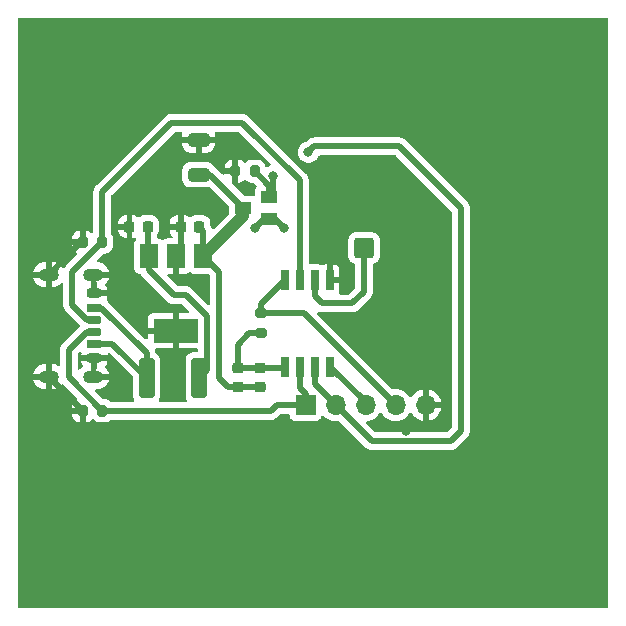
<source format=gbl>
G04 #@! TF.GenerationSoftware,KiCad,Pcbnew,7.0.9*
G04 #@! TF.CreationDate,2024-04-06T01:03:45+02:00*
G04 #@! TF.ProjectId,v3,76332e6b-6963-4616-945f-706362585858,rev?*
G04 #@! TF.SameCoordinates,Original*
G04 #@! TF.FileFunction,Copper,L2,Bot*
G04 #@! TF.FilePolarity,Positive*
%FSLAX46Y46*%
G04 Gerber Fmt 4.6, Leading zero omitted, Abs format (unit mm)*
G04 Created by KiCad (PCBNEW 7.0.9) date 2024-04-06 01:03:45*
%MOMM*%
%LPD*%
G01*
G04 APERTURE LIST*
G04 Aperture macros list*
%AMRoundRect*
0 Rectangle with rounded corners*
0 $1 Rounding radius*
0 $2 $3 $4 $5 $6 $7 $8 $9 X,Y pos of 4 corners*
0 Add a 4 corners polygon primitive as box body*
4,1,4,$2,$3,$4,$5,$6,$7,$8,$9,$2,$3,0*
0 Add four circle primitives for the rounded corners*
1,1,$1+$1,$2,$3*
1,1,$1+$1,$4,$5*
1,1,$1+$1,$6,$7*
1,1,$1+$1,$8,$9*
0 Add four rect primitives between the rounded corners*
20,1,$1+$1,$2,$3,$4,$5,0*
20,1,$1+$1,$4,$5,$6,$7,0*
20,1,$1+$1,$6,$7,$8,$9,0*
20,1,$1+$1,$8,$9,$2,$3,0*%
G04 Aperture macros list end*
G04 #@! TA.AperFunction,SMDPad,CuDef*
%ADD10R,0.650000X1.700000*%
G04 #@! TD*
G04 #@! TA.AperFunction,SMDPad,CuDef*
%ADD11RoundRect,0.225000X0.225000X0.250000X-0.225000X0.250000X-0.225000X-0.250000X0.225000X-0.250000X0*%
G04 #@! TD*
G04 #@! TA.AperFunction,SMDPad,CuDef*
%ADD12RoundRect,0.225000X0.250000X-0.225000X0.250000X0.225000X-0.250000X0.225000X-0.250000X-0.225000X0*%
G04 #@! TD*
G04 #@! TA.AperFunction,SMDPad,CuDef*
%ADD13RoundRect,0.200000X-0.275000X0.200000X-0.275000X-0.200000X0.275000X-0.200000X0.275000X0.200000X0*%
G04 #@! TD*
G04 #@! TA.AperFunction,SMDPad,CuDef*
%ADD14RoundRect,0.200000X0.200000X0.275000X-0.200000X0.275000X-0.200000X-0.275000X0.200000X-0.275000X0*%
G04 #@! TD*
G04 #@! TA.AperFunction,SMDPad,CuDef*
%ADD15RoundRect,0.250000X-0.400000X-1.450000X0.400000X-1.450000X0.400000X1.450000X-0.400000X1.450000X0*%
G04 #@! TD*
G04 #@! TA.AperFunction,ComponentPad*
%ADD16RoundRect,0.250000X0.600000X0.600000X-0.600000X0.600000X-0.600000X-0.600000X0.600000X-0.600000X0*%
G04 #@! TD*
G04 #@! TA.AperFunction,SMDPad,CuDef*
%ADD17R,1.500000X2.000000*%
G04 #@! TD*
G04 #@! TA.AperFunction,SMDPad,CuDef*
%ADD18R,3.800000X2.000000*%
G04 #@! TD*
G04 #@! TA.AperFunction,SMDPad,CuDef*
%ADD19RoundRect,0.250000X0.650000X-0.325000X0.650000X0.325000X-0.650000X0.325000X-0.650000X-0.325000X0*%
G04 #@! TD*
G04 #@! TA.AperFunction,ComponentPad*
%ADD20R,1.700000X1.700000*%
G04 #@! TD*
G04 #@! TA.AperFunction,ComponentPad*
%ADD21O,1.700000X1.700000*%
G04 #@! TD*
G04 #@! TA.AperFunction,SMDPad,CuDef*
%ADD22R,1.400000X1.000000*%
G04 #@! TD*
G04 #@! TA.AperFunction,SMDPad,CuDef*
%ADD23RoundRect,0.175000X0.425000X-0.175000X0.425000X0.175000X-0.425000X0.175000X-0.425000X-0.175000X0*%
G04 #@! TD*
G04 #@! TA.AperFunction,SMDPad,CuDef*
%ADD24RoundRect,0.190000X-0.410000X0.190000X-0.410000X-0.190000X0.410000X-0.190000X0.410000X0.190000X0*%
G04 #@! TD*
G04 #@! TA.AperFunction,SMDPad,CuDef*
%ADD25RoundRect,0.200000X-0.400000X0.200000X-0.400000X-0.200000X0.400000X-0.200000X0.400000X0.200000X0*%
G04 #@! TD*
G04 #@! TA.AperFunction,SMDPad,CuDef*
%ADD26RoundRect,0.175000X-0.425000X0.175000X-0.425000X-0.175000X0.425000X-0.175000X0.425000X0.175000X0*%
G04 #@! TD*
G04 #@! TA.AperFunction,SMDPad,CuDef*
%ADD27RoundRect,0.190000X0.410000X-0.190000X0.410000X0.190000X-0.410000X0.190000X-0.410000X-0.190000X0*%
G04 #@! TD*
G04 #@! TA.AperFunction,SMDPad,CuDef*
%ADD28RoundRect,0.200000X0.400000X-0.200000X0.400000X0.200000X-0.400000X0.200000X-0.400000X-0.200000X0*%
G04 #@! TD*
G04 #@! TA.AperFunction,ComponentPad*
%ADD29O,1.700000X1.100000*%
G04 #@! TD*
G04 #@! TA.AperFunction,ViaPad*
%ADD30C,0.800000*%
G04 #@! TD*
G04 #@! TA.AperFunction,Conductor*
%ADD31C,0.500000*%
G04 #@! TD*
G04 #@! TA.AperFunction,Conductor*
%ADD32C,1.000000*%
G04 #@! TD*
G04 APERTURE END LIST*
D10*
X152595000Y-92250000D03*
X153865000Y-92250000D03*
X155135000Y-92250000D03*
X156405000Y-92250000D03*
X156405000Y-99550000D03*
X155135000Y-99550000D03*
X153865000Y-99550000D03*
X152595000Y-99550000D03*
D11*
X141000000Y-87700000D03*
X139450000Y-87700000D03*
D12*
X150500000Y-101250000D03*
X150500000Y-99700000D03*
D13*
X150600000Y-95050000D03*
X150600000Y-96700000D03*
D14*
X137150000Y-89000000D03*
X135500000Y-89000000D03*
D15*
X140900000Y-100500000D03*
X145350000Y-100500000D03*
D14*
X137150000Y-103300000D03*
X135500000Y-103300000D03*
D16*
X159300000Y-89500000D03*
D17*
X141100000Y-90200000D03*
X143400000Y-90200000D03*
D18*
X143400000Y-96500000D03*
D17*
X145700000Y-90200000D03*
D19*
X145300000Y-83300000D03*
X145300000Y-80350000D03*
D20*
X154360000Y-102800000D03*
D21*
X156900000Y-102800000D03*
X159440000Y-102800000D03*
X161980000Y-102800000D03*
X164520000Y-102800000D03*
D14*
X150050000Y-83000000D03*
X148400000Y-83000000D03*
D22*
X149100000Y-86100000D03*
X151300000Y-87050000D03*
X151300000Y-85150000D03*
D23*
X136480000Y-96580000D03*
D24*
X136480000Y-94560000D03*
D25*
X136480000Y-93330000D03*
D26*
X136480000Y-95580000D03*
D27*
X136480000Y-97600000D03*
D28*
X136480000Y-98830000D03*
D29*
X132600000Y-100400000D03*
X136400000Y-100400000D03*
X132600000Y-91760000D03*
X136400000Y-91760000D03*
D12*
X148600000Y-101250000D03*
X148600000Y-99700000D03*
D11*
X145350000Y-87700000D03*
X143800000Y-87700000D03*
D30*
X132900000Y-105000000D03*
X132850000Y-75000000D03*
X142800000Y-115000000D03*
X142800000Y-85000000D03*
X172800000Y-105000000D03*
X172900000Y-95000000D03*
X152850000Y-75000000D03*
X172900000Y-75000000D03*
X163000000Y-95000000D03*
X142900000Y-105000000D03*
X139000000Y-93000000D03*
X132700000Y-115000000D03*
X155700000Y-83400000D03*
X162900000Y-105000000D03*
X142800000Y-75000000D03*
X132700000Y-85000000D03*
X172800000Y-115000000D03*
X152800000Y-115000000D03*
X162800000Y-85000000D03*
X152900000Y-105000000D03*
X162850000Y-75000000D03*
X155800000Y-89700000D03*
X162800000Y-115000000D03*
X172900000Y-84900000D03*
X154600000Y-81400000D03*
X151600000Y-83400000D03*
X150100000Y-87800000D03*
X152500000Y-87800000D03*
X151300000Y-87050000D03*
D31*
X159950000Y-105850000D02*
X156900000Y-102800000D01*
X166650000Y-105850000D02*
X159950000Y-105850000D01*
X151400000Y-103300000D02*
X137150000Y-103300000D01*
X151900000Y-102800000D02*
X151400000Y-103300000D01*
X154360000Y-102800000D02*
X151900000Y-102800000D01*
X154360000Y-102800000D02*
X154360000Y-103000000D01*
X154360000Y-101860000D02*
X153865000Y-101365000D01*
X154360000Y-102800000D02*
X154360000Y-101860000D01*
X153865000Y-101365000D02*
X153865000Y-99550000D01*
X154360000Y-103000000D02*
X154060000Y-103300000D01*
X161980000Y-102800000D02*
X154230000Y-95050000D01*
X154230000Y-95050000D02*
X150600000Y-95050000D01*
X159440000Y-102585000D02*
X156405000Y-99550000D01*
X159440000Y-102800000D02*
X159440000Y-102585000D01*
X155135000Y-101035000D02*
X155135000Y-99550000D01*
X156900000Y-102800000D02*
X155135000Y-101035000D01*
X135500000Y-103300000D02*
X132600000Y-100400000D01*
X143800000Y-87700000D02*
X143800000Y-89800000D01*
X135360000Y-89000000D02*
X132600000Y-91760000D01*
X135500000Y-89000000D02*
X135360000Y-89000000D01*
X143800000Y-89800000D02*
X143400000Y-90200000D01*
X135880000Y-96580000D02*
X134300000Y-98160000D01*
X134300000Y-100450000D02*
X137150000Y-103300000D01*
X134300000Y-98160000D02*
X134300000Y-100450000D01*
X136480000Y-96580000D02*
X135880000Y-96580000D01*
X136480000Y-94560000D02*
X137080000Y-94560000D01*
X136480000Y-97600000D02*
X138000000Y-97600000D01*
X140900000Y-98380000D02*
X140900000Y-100500000D01*
X137080000Y-94560000D02*
X140900000Y-98380000D01*
X138000000Y-97600000D02*
X140900000Y-100500000D01*
X134600000Y-91550000D02*
X134600000Y-94300000D01*
X149000000Y-78900000D02*
X153865000Y-83765000D01*
X143000000Y-78900000D02*
X149000000Y-78900000D01*
X137150000Y-84750000D02*
X143000000Y-78900000D01*
X137150000Y-89000000D02*
X137150000Y-84750000D01*
X135880000Y-95580000D02*
X136480000Y-95580000D01*
X134600000Y-94300000D02*
X135880000Y-95580000D01*
X153865000Y-83765000D02*
X153865000Y-92250000D01*
X137150000Y-89000000D02*
X134600000Y-91550000D01*
X155135000Y-93600000D02*
X155135000Y-92250000D01*
X155165000Y-92220000D02*
X155135000Y-92250000D01*
X159300000Y-89500000D02*
X159300000Y-93200000D01*
X155735000Y-94200000D02*
X155135000Y-93600000D01*
X158300000Y-94200000D02*
X155735000Y-94200000D01*
X159300000Y-93200000D02*
X158300000Y-94200000D01*
X162300000Y-80900000D02*
X155100000Y-80900000D01*
X155100000Y-80900000D02*
X154600000Y-81400000D01*
X151300000Y-84250000D02*
X150050000Y-83000000D01*
X151600000Y-84850000D02*
X151300000Y-85150000D01*
X151600000Y-83400000D02*
X151600000Y-84850000D01*
X167500000Y-86100000D02*
X162300000Y-80900000D01*
X151300000Y-85150000D02*
X151300000Y-84250000D01*
X167500000Y-105000000D02*
X167500000Y-86100000D01*
X166650000Y-105850000D02*
X167500000Y-105000000D01*
X151300000Y-87050000D02*
X150850000Y-87050000D01*
X150850000Y-87050000D02*
X150100000Y-87800000D01*
X152500000Y-87800000D02*
X151750000Y-87050000D01*
X151750000Y-87050000D02*
X151300000Y-87050000D01*
X143200000Y-93500000D02*
X141100000Y-91400000D01*
X141000000Y-90100000D02*
X141100000Y-90200000D01*
X145350000Y-100500000D02*
X146000000Y-99850000D01*
X141100000Y-91400000D02*
X141100000Y-90200000D01*
X144200000Y-93500000D02*
X143200000Y-93500000D01*
X141000000Y-87700000D02*
X141000000Y-90100000D01*
X146000000Y-99850000D02*
X146000000Y-95300000D01*
X146000000Y-95300000D02*
X144200000Y-93500000D01*
X150600000Y-94245000D02*
X152595000Y-92250000D01*
X150600000Y-95050000D02*
X150600000Y-94245000D01*
X156405000Y-99550000D02*
X156405000Y-99965000D01*
X150600000Y-96700000D02*
X149600000Y-96700000D01*
X148600000Y-97700000D02*
X148600000Y-99700000D01*
X148600000Y-99700000D02*
X150500000Y-99700000D01*
X150500000Y-99700000D02*
X152445000Y-99700000D01*
X149600000Y-96700000D02*
X148600000Y-97700000D01*
X152445000Y-99700000D02*
X152595000Y-99550000D01*
X147750000Y-101250000D02*
X148600000Y-101250000D01*
X145700000Y-90200000D02*
X145700000Y-88050000D01*
X147000000Y-100500000D02*
X147750000Y-101250000D01*
X145300000Y-83300000D02*
X146300000Y-83300000D01*
X150500000Y-101250000D02*
X148600000Y-101250000D01*
X145700000Y-88050000D02*
X145350000Y-87700000D01*
X146300000Y-83300000D02*
X149100000Y-86100000D01*
X147000000Y-91500000D02*
X147000000Y-100500000D01*
D32*
X149100000Y-86800000D02*
X149100000Y-86100000D01*
X145700000Y-90200000D02*
X149100000Y-86800000D01*
D31*
X145700000Y-90200000D02*
X147000000Y-91500000D01*
G04 #@! TA.AperFunction,Conductor*
G36*
X135328241Y-98295638D02*
G01*
X135384175Y-98337509D01*
X135408592Y-98402973D01*
X135403294Y-98448709D01*
X135386409Y-98502896D01*
X135380000Y-98573427D01*
X135380000Y-98580000D01*
X137579999Y-98580000D01*
X137579999Y-98573421D01*
X137577802Y-98549246D01*
X137591338Y-98480700D01*
X137639784Y-98430354D01*
X137707759Y-98414192D01*
X137773681Y-98437345D01*
X137788974Y-98450342D01*
X139713181Y-100374548D01*
X139746666Y-100435871D01*
X139749500Y-100462229D01*
X139749500Y-102000001D01*
X139749501Y-102000018D01*
X139760000Y-102102796D01*
X139760001Y-102102799D01*
X139794625Y-102207285D01*
X139815186Y-102269334D01*
X139871358Y-102360404D01*
X139889798Y-102427796D01*
X139868875Y-102494459D01*
X139815233Y-102539229D01*
X139765819Y-102549500D01*
X137916519Y-102549500D01*
X137849480Y-102529815D01*
X137828837Y-102513180D01*
X137785188Y-102469531D01*
X137785188Y-102469530D01*
X137784645Y-102469202D01*
X137639606Y-102381522D01*
X137477196Y-102330914D01*
X137477194Y-102330913D01*
X137477192Y-102330913D01*
X137427778Y-102326423D01*
X137406616Y-102324500D01*
X137406613Y-102324500D01*
X137287229Y-102324500D01*
X137220190Y-102304815D01*
X137199548Y-102288181D01*
X136573048Y-101661681D01*
X136539563Y-101600358D01*
X136544547Y-101530666D01*
X136586419Y-101474733D01*
X136651883Y-101450316D01*
X136660729Y-101450000D01*
X136751585Y-101450000D01*
X136905834Y-101434808D01*
X137103766Y-101374766D01*
X137286166Y-101277271D01*
X137286173Y-101277267D01*
X137446055Y-101146055D01*
X137577267Y-100986173D01*
X137577271Y-100986166D01*
X137674766Y-100803766D01*
X137721410Y-100650000D01*
X136866111Y-100650000D01*
X136905610Y-100625543D01*
X136973201Y-100536038D01*
X137003895Y-100428160D01*
X136993546Y-100316479D01*
X136943552Y-100216078D01*
X136871069Y-100150000D01*
X137721410Y-100150000D01*
X137674766Y-99996233D01*
X137577271Y-99813833D01*
X137577267Y-99813826D01*
X137446057Y-99653946D01*
X137441934Y-99650563D01*
X137402600Y-99592817D01*
X137400731Y-99522972D01*
X137430663Y-99470953D01*
X137430446Y-99470783D01*
X137431636Y-99469263D01*
X137432925Y-99467024D01*
X137435073Y-99464876D01*
X137523019Y-99319395D01*
X137573590Y-99157106D01*
X137580000Y-99086572D01*
X137580000Y-99080000D01*
X136730000Y-99080000D01*
X136730000Y-99646000D01*
X136710315Y-99713039D01*
X136685190Y-99734809D01*
X136650000Y-99770000D01*
X136650000Y-100100000D01*
X136150000Y-100100000D01*
X136150000Y-99434000D01*
X136169685Y-99366961D01*
X136194809Y-99345190D01*
X136230000Y-99310000D01*
X136230000Y-99080000D01*
X135380001Y-99080000D01*
X135380001Y-99086582D01*
X135386408Y-99157102D01*
X135386409Y-99157107D01*
X135436981Y-99319397D01*
X135489075Y-99405571D01*
X135506911Y-99473126D01*
X135485393Y-99539600D01*
X135461623Y-99565574D01*
X135353944Y-99653944D01*
X135270353Y-99755801D01*
X135212607Y-99795135D01*
X135142763Y-99797006D01*
X135082994Y-99760818D01*
X135052279Y-99698062D01*
X135050500Y-99677136D01*
X135050500Y-98522229D01*
X135070185Y-98455190D01*
X135086813Y-98434553D01*
X135197230Y-98324136D01*
X135258549Y-98290654D01*
X135328241Y-98295638D01*
G37*
G04 #@! TD.AperFunction*
G04 #@! TA.AperFunction,Conductor*
G36*
X143879312Y-79670185D02*
G01*
X143925067Y-79722989D01*
X143935011Y-79792147D01*
X143929979Y-79813504D01*
X143910494Y-79872302D01*
X143910493Y-79872309D01*
X143900000Y-79975013D01*
X143900000Y-80100000D01*
X146699999Y-80100000D01*
X146699999Y-79975028D01*
X146699998Y-79975013D01*
X146689505Y-79872302D01*
X146670022Y-79813504D01*
X146667620Y-79743675D01*
X146703352Y-79683634D01*
X146765873Y-79652441D01*
X146787728Y-79650500D01*
X148637770Y-79650500D01*
X148704809Y-79670185D01*
X148725451Y-79686819D01*
X151371307Y-82332675D01*
X151404792Y-82393998D01*
X151399808Y-82463690D01*
X151357936Y-82519623D01*
X151326099Y-82536134D01*
X151326134Y-82536212D01*
X151324828Y-82536793D01*
X151321958Y-82538282D01*
X151320205Y-82538851D01*
X151147270Y-82615848D01*
X151147266Y-82615851D01*
X151126023Y-82631285D01*
X151060216Y-82654764D01*
X150992163Y-82638938D01*
X150943469Y-82588831D01*
X150934755Y-82567861D01*
X150893478Y-82435394D01*
X150805472Y-82289815D01*
X150805470Y-82289813D01*
X150805469Y-82289811D01*
X150685188Y-82169530D01*
X150539606Y-82081522D01*
X150511898Y-82072888D01*
X150377196Y-82030914D01*
X150377194Y-82030913D01*
X150377192Y-82030913D01*
X150327778Y-82026423D01*
X150306616Y-82024500D01*
X149793384Y-82024500D01*
X149774145Y-82026248D01*
X149722807Y-82030913D01*
X149560393Y-82081522D01*
X149414811Y-82169530D01*
X149414810Y-82169531D01*
X149312327Y-82272015D01*
X149251004Y-82305500D01*
X149181312Y-82300516D01*
X149136965Y-82272015D01*
X149034877Y-82169927D01*
X148889395Y-82081980D01*
X148889396Y-82081980D01*
X148727105Y-82031409D01*
X148727106Y-82031409D01*
X148656572Y-82025000D01*
X148650000Y-82025000D01*
X148650000Y-83974999D01*
X148656581Y-83974999D01*
X148727102Y-83968591D01*
X148727107Y-83968590D01*
X148889396Y-83918018D01*
X149034877Y-83830072D01*
X149034878Y-83830071D01*
X149136963Y-83727985D01*
X149198286Y-83694499D01*
X149267977Y-83699483D01*
X149312326Y-83727984D01*
X149414811Y-83830469D01*
X149414813Y-83830470D01*
X149414815Y-83830472D01*
X149560394Y-83918478D01*
X149722804Y-83969086D01*
X149793384Y-83975500D01*
X149912770Y-83975500D01*
X149979809Y-83995185D01*
X150000451Y-84011819D01*
X150183016Y-84194384D01*
X150216501Y-84255707D01*
X150211517Y-84325399D01*
X150194602Y-84356376D01*
X150156204Y-84407669D01*
X150156202Y-84407671D01*
X150105908Y-84542517D01*
X150099501Y-84602116D01*
X150099501Y-84602123D01*
X150099500Y-84602135D01*
X150099500Y-84998933D01*
X150079815Y-85065972D01*
X150027011Y-85111727D01*
X149957853Y-85121671D01*
X149932168Y-85115115D01*
X149907485Y-85105909D01*
X149907483Y-85105908D01*
X149847883Y-85099501D01*
X149847881Y-85099500D01*
X149847873Y-85099500D01*
X149847865Y-85099500D01*
X149212230Y-85099500D01*
X149145191Y-85079815D01*
X149124549Y-85063181D01*
X148180862Y-84119494D01*
X148147377Y-84058171D01*
X148150000Y-84021493D01*
X148150000Y-83250000D01*
X147500000Y-83250000D01*
X147493364Y-83256636D01*
X147432041Y-83290121D01*
X147362349Y-83285135D01*
X147318003Y-83256635D01*
X146875729Y-82814361D01*
X146863949Y-82800730D01*
X146856482Y-82790701D01*
X146849612Y-82781472D01*
X146849610Y-82781470D01*
X146812106Y-82750000D01*
X147500000Y-82750000D01*
X148150000Y-82750000D01*
X148150000Y-82025000D01*
X148149999Y-82024999D01*
X148143436Y-82025000D01*
X148143417Y-82025001D01*
X148072897Y-82031408D01*
X148072892Y-82031409D01*
X147910603Y-82081981D01*
X147765122Y-82169927D01*
X147644927Y-82290122D01*
X147556980Y-82435604D01*
X147506409Y-82597893D01*
X147500000Y-82668427D01*
X147500000Y-82750000D01*
X146812106Y-82750000D01*
X146809587Y-82747886D01*
X146805612Y-82744244D01*
X146802690Y-82741322D01*
X146799780Y-82738411D01*
X146774040Y-82718059D01*
X146715209Y-82668694D01*
X146709180Y-82664729D01*
X146709212Y-82664680D01*
X146702853Y-82660628D01*
X146702822Y-82660679D01*
X146696673Y-82656886D01*
X146644539Y-82632575D01*
X146592100Y-82586402D01*
X146591406Y-82585290D01*
X146542712Y-82506344D01*
X146418657Y-82382289D01*
X146418656Y-82382288D01*
X146269334Y-82290186D01*
X146102797Y-82235001D01*
X146102795Y-82235000D01*
X146000010Y-82224500D01*
X144599998Y-82224500D01*
X144599981Y-82224501D01*
X144497203Y-82235000D01*
X144497200Y-82235001D01*
X144330668Y-82290185D01*
X144330663Y-82290187D01*
X144181342Y-82382289D01*
X144057289Y-82506342D01*
X143965187Y-82655663D01*
X143965185Y-82655668D01*
X143944511Y-82718059D01*
X143910001Y-82822203D01*
X143910001Y-82822204D01*
X143910000Y-82822204D01*
X143899500Y-82924983D01*
X143899500Y-83675001D01*
X143899501Y-83675019D01*
X143910000Y-83777796D01*
X143910001Y-83777799D01*
X143941323Y-83872321D01*
X143965186Y-83944334D01*
X144057288Y-84093656D01*
X144181344Y-84217712D01*
X144330666Y-84309814D01*
X144497203Y-84364999D01*
X144599991Y-84375500D01*
X146000008Y-84375499D01*
X146102797Y-84364999D01*
X146181043Y-84339069D01*
X146250869Y-84336668D01*
X146307727Y-84369095D01*
X147863181Y-85924549D01*
X147896666Y-85985872D01*
X147899500Y-86012230D01*
X147899500Y-86534216D01*
X147879815Y-86601255D01*
X147863181Y-86621897D01*
X146619329Y-87865749D01*
X146558006Y-87899234D01*
X146488314Y-87894250D01*
X146432381Y-87852378D01*
X146415125Y-87820477D01*
X146408974Y-87803575D01*
X146402960Y-87785428D01*
X146384814Y-87730666D01*
X146384809Y-87730659D01*
X146381760Y-87724118D01*
X146381815Y-87724091D01*
X146378533Y-87717313D01*
X146378480Y-87717340D01*
X146375235Y-87710880D01*
X146333028Y-87646708D01*
X146318960Y-87623899D01*
X146300499Y-87558803D01*
X146300499Y-87401662D01*
X146300498Y-87401644D01*
X146290349Y-87302292D01*
X146290348Y-87302289D01*
X146237074Y-87141518D01*
X146237003Y-87141303D01*
X146236999Y-87141297D01*
X146236998Y-87141294D01*
X146147970Y-86996959D01*
X146147967Y-86996955D01*
X146028044Y-86877032D01*
X146028040Y-86877029D01*
X145883705Y-86788001D01*
X145883699Y-86787998D01*
X145883697Y-86787997D01*
X145883694Y-86787996D01*
X145722709Y-86734651D01*
X145623346Y-86724500D01*
X145076662Y-86724500D01*
X145076644Y-86724501D01*
X144977292Y-86734650D01*
X144977289Y-86734651D01*
X144816305Y-86787996D01*
X144816294Y-86788001D01*
X144671959Y-86877029D01*
X144671953Y-86877033D01*
X144662324Y-86886663D01*
X144601000Y-86920146D01*
X144531308Y-86915159D01*
X144486965Y-86886660D01*
X144477732Y-86877427D01*
X144477728Y-86877424D01*
X144333492Y-86788457D01*
X144333481Y-86788452D01*
X144172606Y-86735144D01*
X144073322Y-86725000D01*
X144050000Y-86725000D01*
X144050000Y-87826000D01*
X144030315Y-87893039D01*
X143977511Y-87938794D01*
X143926000Y-87950000D01*
X142850001Y-87950000D01*
X142850001Y-87998322D01*
X142860144Y-88097607D01*
X142913452Y-88258481D01*
X142913457Y-88258492D01*
X143002424Y-88402728D01*
X143002427Y-88402732D01*
X143088014Y-88488319D01*
X143121499Y-88549642D01*
X143116515Y-88619334D01*
X143074643Y-88675267D01*
X143009179Y-88699684D01*
X143000333Y-88700000D01*
X142602155Y-88700000D01*
X142542627Y-88706401D01*
X142542620Y-88706403D01*
X142407913Y-88756645D01*
X142407910Y-88756647D01*
X142324727Y-88818918D01*
X142259262Y-88843335D01*
X142190989Y-88828483D01*
X142176106Y-88818918D01*
X142092331Y-88756204D01*
X142092328Y-88756202D01*
X141957482Y-88705908D01*
X141957483Y-88705908D01*
X141897883Y-88699501D01*
X141897881Y-88699500D01*
X141897873Y-88699500D01*
X141897865Y-88699500D01*
X141874500Y-88699500D01*
X141807461Y-88679815D01*
X141761706Y-88627011D01*
X141750500Y-88575500D01*
X141750500Y-88501874D01*
X141770185Y-88434835D01*
X141786819Y-88414193D01*
X141797968Y-88403044D01*
X141887003Y-88258697D01*
X141940349Y-88097708D01*
X141950500Y-87998345D01*
X141950499Y-87450000D01*
X142850000Y-87450000D01*
X143550000Y-87450000D01*
X143550000Y-86724999D01*
X143526693Y-86725000D01*
X143526674Y-86725001D01*
X143427392Y-86735144D01*
X143266518Y-86788452D01*
X143266507Y-86788457D01*
X143122271Y-86877424D01*
X143122267Y-86877427D01*
X143002427Y-86997267D01*
X143002424Y-86997271D01*
X142913457Y-87141507D01*
X142913452Y-87141518D01*
X142860144Y-87302393D01*
X142850000Y-87401677D01*
X142850000Y-87450000D01*
X141950499Y-87450000D01*
X141950499Y-87401656D01*
X141940349Y-87302292D01*
X141887003Y-87141303D01*
X141886999Y-87141297D01*
X141886998Y-87141294D01*
X141797970Y-86996959D01*
X141797967Y-86996955D01*
X141678044Y-86877032D01*
X141678040Y-86877029D01*
X141533705Y-86788001D01*
X141533699Y-86787998D01*
X141533697Y-86787997D01*
X141533694Y-86787996D01*
X141372709Y-86734651D01*
X141273346Y-86724500D01*
X140726662Y-86724500D01*
X140726644Y-86724501D01*
X140627292Y-86734650D01*
X140627289Y-86734651D01*
X140466305Y-86787996D01*
X140466294Y-86788001D01*
X140321959Y-86877029D01*
X140321953Y-86877033D01*
X140312324Y-86886663D01*
X140251000Y-86920146D01*
X140181308Y-86915159D01*
X140136965Y-86886660D01*
X140127732Y-86877427D01*
X140127728Y-86877424D01*
X139983492Y-86788457D01*
X139983481Y-86788452D01*
X139822606Y-86735144D01*
X139723322Y-86725000D01*
X139700000Y-86725000D01*
X139700000Y-88674999D01*
X139723308Y-88674999D01*
X139723322Y-88674998D01*
X139822608Y-88664855D01*
X139850243Y-88655698D01*
X139920071Y-88653295D01*
X139980114Y-88689025D01*
X140011307Y-88751545D01*
X140003748Y-88821005D01*
X139988516Y-88847714D01*
X139906204Y-88957668D01*
X139906202Y-88957671D01*
X139855908Y-89092517D01*
X139849501Y-89152116D01*
X139849500Y-89152135D01*
X139849500Y-91247870D01*
X139849501Y-91247876D01*
X139855908Y-91307483D01*
X139906202Y-91442328D01*
X139906206Y-91442335D01*
X139992452Y-91557544D01*
X139992455Y-91557547D01*
X140107664Y-91643793D01*
X140107671Y-91643797D01*
X140242516Y-91694091D01*
X140268419Y-91696875D01*
X140302127Y-91700500D01*
X140332501Y-91700499D01*
X140399539Y-91720182D01*
X140436104Y-91756361D01*
X140466965Y-91803283D01*
X140507287Y-91868655D01*
X140511766Y-91874319D01*
X140511719Y-91874356D01*
X140516482Y-91880202D01*
X140516528Y-91880164D01*
X140521173Y-91885700D01*
X140577018Y-91938386D01*
X142624267Y-93985634D01*
X142636048Y-93999266D01*
X142650390Y-94018530D01*
X142690420Y-94052119D01*
X142694392Y-94055759D01*
X142700223Y-94061590D01*
X142709160Y-94068656D01*
X142725939Y-94081923D01*
X142732965Y-94087819D01*
X142784786Y-94131302D01*
X142784788Y-94131303D01*
X142790823Y-94135272D01*
X142790789Y-94135322D01*
X142797144Y-94139370D01*
X142797177Y-94139318D01*
X142803319Y-94143107D01*
X142803323Y-94143110D01*
X142865160Y-94171945D01*
X142872914Y-94175561D01*
X142941558Y-94210036D01*
X142941561Y-94210037D01*
X142941567Y-94210040D01*
X142941572Y-94210041D01*
X142948355Y-94212510D01*
X142948334Y-94212567D01*
X142955451Y-94215040D01*
X142955470Y-94214984D01*
X142962330Y-94217257D01*
X143009572Y-94227011D01*
X143037532Y-94232784D01*
X143112279Y-94250500D01*
X143112288Y-94250500D01*
X143119452Y-94251338D01*
X143119445Y-94251397D01*
X143126946Y-94252163D01*
X143126952Y-94252104D01*
X143134140Y-94252733D01*
X143134143Y-94252732D01*
X143134144Y-94252733D01*
X143210898Y-94250500D01*
X143837770Y-94250500D01*
X143904809Y-94270185D01*
X143925451Y-94286819D01*
X144426952Y-94788320D01*
X144460437Y-94849642D01*
X144455453Y-94919333D01*
X144413582Y-94975267D01*
X144348117Y-94999684D01*
X144339271Y-95000000D01*
X143650000Y-95000000D01*
X143650000Y-98000000D01*
X145125500Y-98000000D01*
X145192539Y-98019685D01*
X145238294Y-98072489D01*
X145249500Y-98124000D01*
X145249500Y-98175500D01*
X145229815Y-98242539D01*
X145177011Y-98288294D01*
X145125501Y-98299500D01*
X144899999Y-98299500D01*
X144899980Y-98299501D01*
X144797203Y-98310000D01*
X144797200Y-98310001D01*
X144630668Y-98365185D01*
X144630663Y-98365187D01*
X144481342Y-98457289D01*
X144357289Y-98581342D01*
X144265187Y-98730663D01*
X144265185Y-98730668D01*
X144255581Y-98759651D01*
X144210001Y-98897203D01*
X144210001Y-98897204D01*
X144210000Y-98897204D01*
X144199500Y-98999983D01*
X144199500Y-102000001D01*
X144199501Y-102000018D01*
X144210000Y-102102796D01*
X144210001Y-102102799D01*
X144244625Y-102207285D01*
X144265186Y-102269334D01*
X144321358Y-102360404D01*
X144339798Y-102427796D01*
X144318875Y-102494459D01*
X144265233Y-102539229D01*
X144215819Y-102549500D01*
X142034181Y-102549500D01*
X141967142Y-102529815D01*
X141921387Y-102477011D01*
X141911443Y-102407853D01*
X141928641Y-102360405D01*
X141984814Y-102269334D01*
X142039999Y-102102797D01*
X142050500Y-102000009D01*
X142050499Y-98999992D01*
X142044196Y-98938294D01*
X142039999Y-98897203D01*
X142039998Y-98897200D01*
X141984814Y-98730666D01*
X141892712Y-98581344D01*
X141768656Y-98457288D01*
X141707653Y-98419661D01*
X141660931Y-98367715D01*
X141649591Y-98328520D01*
X141646693Y-98303724D01*
X141646323Y-98299500D01*
X141639999Y-98227201D01*
X141638539Y-98220129D01*
X141638597Y-98220116D01*
X141636965Y-98212757D01*
X141636906Y-98212772D01*
X141635242Y-98205754D01*
X141635241Y-98205745D01*
X141632947Y-98199442D01*
X141620925Y-98166409D01*
X141616494Y-98096680D01*
X141650465Y-98035625D01*
X141712053Y-98002628D01*
X141737447Y-98000000D01*
X143150000Y-98000000D01*
X143150000Y-96750000D01*
X141000000Y-96750000D01*
X141000000Y-97119270D01*
X140980315Y-97186309D01*
X140927511Y-97232064D01*
X140858353Y-97242008D01*
X140794797Y-97212983D01*
X140788319Y-97206951D01*
X139831368Y-96250000D01*
X141000000Y-96250000D01*
X143150000Y-96250000D01*
X143150000Y-95000000D01*
X141452155Y-95000000D01*
X141392627Y-95006401D01*
X141392620Y-95006403D01*
X141257913Y-95056645D01*
X141257906Y-95056649D01*
X141142812Y-95142809D01*
X141142809Y-95142812D01*
X141056649Y-95257906D01*
X141056645Y-95257913D01*
X141006403Y-95392620D01*
X141006401Y-95392627D01*
X141000000Y-95452155D01*
X141000000Y-96250000D01*
X139831368Y-96250000D01*
X137655729Y-94074361D01*
X137643949Y-94060730D01*
X137636482Y-94050701D01*
X137629612Y-94041472D01*
X137602271Y-94018530D01*
X137589587Y-94007886D01*
X137585612Y-94004244D01*
X137579777Y-93998409D01*
X137554040Y-93978059D01*
X137553567Y-93977662D01*
X137551176Y-93975655D01*
X137512472Y-93917485D01*
X137511362Y-93847624D01*
X137520470Y-93826477D01*
X137519940Y-93826239D01*
X137523019Y-93819397D01*
X137573590Y-93657106D01*
X137580000Y-93586572D01*
X137580000Y-93580000D01*
X136354000Y-93580000D01*
X136286961Y-93560315D01*
X136241206Y-93507511D01*
X136230000Y-93456000D01*
X136230000Y-92850000D01*
X136211709Y-92831709D01*
X136206961Y-92830315D01*
X136161206Y-92777511D01*
X136150000Y-92726000D01*
X136150000Y-92060000D01*
X136650000Y-92060000D01*
X136650000Y-92390000D01*
X136668290Y-92408290D01*
X136673039Y-92409685D01*
X136718794Y-92462489D01*
X136730000Y-92514000D01*
X136730000Y-93080000D01*
X137579999Y-93080000D01*
X137579999Y-93073417D01*
X137573591Y-93002897D01*
X137573590Y-93002892D01*
X137523018Y-92840603D01*
X137435072Y-92695122D01*
X137432919Y-92692969D01*
X137431846Y-92691004D01*
X137430446Y-92689217D01*
X137430743Y-92688984D01*
X137399434Y-92631646D01*
X137404418Y-92561954D01*
X137441947Y-92509425D01*
X137446058Y-92506051D01*
X137577267Y-92346173D01*
X137577271Y-92346166D01*
X137674766Y-92163766D01*
X137721410Y-92010000D01*
X136866111Y-92010000D01*
X136905610Y-91985543D01*
X136973201Y-91896038D01*
X137003895Y-91788160D01*
X136993546Y-91676479D01*
X136943552Y-91576078D01*
X136871069Y-91510000D01*
X137721410Y-91510000D01*
X137674766Y-91356233D01*
X137577271Y-91173833D01*
X137577267Y-91173826D01*
X137446055Y-91013944D01*
X137286173Y-90882732D01*
X137286166Y-90882728D01*
X137103766Y-90785233D01*
X136905835Y-90725191D01*
X136784714Y-90713262D01*
X136719927Y-90687101D01*
X136679569Y-90630066D01*
X136676452Y-90560266D01*
X136709186Y-90502180D01*
X137199548Y-90011819D01*
X137260871Y-89978334D01*
X137287229Y-89975500D01*
X137406613Y-89975500D01*
X137406616Y-89975500D01*
X137477196Y-89969086D01*
X137639606Y-89918478D01*
X137785185Y-89830472D01*
X137905472Y-89710185D01*
X137993478Y-89564606D01*
X138044086Y-89402196D01*
X138050500Y-89331616D01*
X138050500Y-88668384D01*
X138044086Y-88597804D01*
X137993478Y-88435394D01*
X137918382Y-88311171D01*
X137900500Y-88247023D01*
X137900500Y-87950000D01*
X138500001Y-87950000D01*
X138500001Y-87998322D01*
X138510144Y-88097607D01*
X138563452Y-88258481D01*
X138563457Y-88258492D01*
X138652424Y-88402728D01*
X138652427Y-88402732D01*
X138772267Y-88522572D01*
X138772271Y-88522575D01*
X138916507Y-88611542D01*
X138916518Y-88611547D01*
X139077393Y-88664855D01*
X139176683Y-88674999D01*
X139200000Y-88674998D01*
X139200000Y-87950000D01*
X138500001Y-87950000D01*
X137900500Y-87950000D01*
X137900500Y-87450000D01*
X138500000Y-87450000D01*
X139200000Y-87450000D01*
X139200000Y-86724999D01*
X139176693Y-86725000D01*
X139176674Y-86725001D01*
X139077392Y-86735144D01*
X138916518Y-86788452D01*
X138916507Y-86788457D01*
X138772271Y-86877424D01*
X138772267Y-86877427D01*
X138652427Y-86997267D01*
X138652424Y-86997271D01*
X138563457Y-87141507D01*
X138563452Y-87141518D01*
X138510144Y-87302393D01*
X138500000Y-87401677D01*
X138500000Y-87450000D01*
X137900500Y-87450000D01*
X137900500Y-85112229D01*
X137920185Y-85045190D01*
X137936819Y-85024548D01*
X142361367Y-80600000D01*
X143900001Y-80600000D01*
X143900001Y-80724986D01*
X143910494Y-80827697D01*
X143965641Y-80994119D01*
X143965643Y-80994124D01*
X144057684Y-81143345D01*
X144181654Y-81267315D01*
X144330875Y-81359356D01*
X144330880Y-81359358D01*
X144497302Y-81414505D01*
X144497309Y-81414506D01*
X144600019Y-81424999D01*
X145049999Y-81424999D01*
X145050000Y-81424998D01*
X145050000Y-80600000D01*
X145550000Y-80600000D01*
X145550000Y-81424999D01*
X145999972Y-81424999D01*
X145999986Y-81424998D01*
X146102697Y-81414505D01*
X146269119Y-81359358D01*
X146269124Y-81359356D01*
X146418345Y-81267315D01*
X146542315Y-81143345D01*
X146634356Y-80994124D01*
X146634358Y-80994119D01*
X146689505Y-80827697D01*
X146689506Y-80827690D01*
X146699999Y-80724986D01*
X146700000Y-80724973D01*
X146700000Y-80600000D01*
X145550000Y-80600000D01*
X145050000Y-80600000D01*
X143900001Y-80600000D01*
X142361367Y-80600000D01*
X143274548Y-79686819D01*
X143335871Y-79653334D01*
X143362229Y-79650500D01*
X143812273Y-79650500D01*
X143879312Y-79670185D01*
G37*
G04 #@! TD.AperFunction*
G04 #@! TA.AperFunction,Conductor*
G36*
X143593039Y-89969685D02*
G01*
X143638794Y-90022489D01*
X143650000Y-90074000D01*
X143650000Y-91700000D01*
X144197828Y-91700000D01*
X144197844Y-91699999D01*
X144257372Y-91693598D01*
X144257379Y-91693596D01*
X144392086Y-91643354D01*
X144392089Y-91643352D01*
X144475271Y-91581082D01*
X144540735Y-91556664D01*
X144609008Y-91571515D01*
X144623887Y-91581077D01*
X144707076Y-91643352D01*
X144707668Y-91643795D01*
X144707671Y-91643797D01*
X144842517Y-91694091D01*
X144842516Y-91694091D01*
X144849444Y-91694835D01*
X144902127Y-91700500D01*
X146087768Y-91700499D01*
X146154807Y-91720184D01*
X146175448Y-91736817D01*
X146213180Y-91774548D01*
X146246666Y-91835870D01*
X146249500Y-91862230D01*
X146249500Y-94188770D01*
X146229815Y-94255809D01*
X146177011Y-94301564D01*
X146107853Y-94311508D01*
X146044297Y-94282483D01*
X146037819Y-94276451D01*
X144775729Y-93014361D01*
X144763949Y-93000730D01*
X144756482Y-92990701D01*
X144749612Y-92981472D01*
X144749610Y-92981470D01*
X144709587Y-92947886D01*
X144705612Y-92944244D01*
X144702690Y-92941322D01*
X144699780Y-92938411D01*
X144674040Y-92918059D01*
X144615209Y-92868694D01*
X144609180Y-92864729D01*
X144609212Y-92864680D01*
X144602853Y-92860628D01*
X144602822Y-92860679D01*
X144596680Y-92856891D01*
X144596678Y-92856890D01*
X144596677Y-92856889D01*
X144555677Y-92837770D01*
X144527058Y-92824424D01*
X144468086Y-92794808D01*
X144458433Y-92789960D01*
X144458431Y-92789959D01*
X144458430Y-92789959D01*
X144451645Y-92787489D01*
X144451665Y-92787433D01*
X144444549Y-92784959D01*
X144444531Y-92785015D01*
X144437671Y-92782742D01*
X144409841Y-92776996D01*
X144362434Y-92767207D01*
X144313472Y-92755603D01*
X144287719Y-92749499D01*
X144280547Y-92748661D01*
X144280553Y-92748601D01*
X144273055Y-92747835D01*
X144273050Y-92747895D01*
X144265860Y-92747265D01*
X144189083Y-92749500D01*
X143562229Y-92749500D01*
X143495190Y-92729815D01*
X143474548Y-92713181D01*
X142673049Y-91911681D01*
X142639564Y-91850358D01*
X142644548Y-91780666D01*
X142686420Y-91724733D01*
X142751884Y-91700316D01*
X142760730Y-91700000D01*
X143150000Y-91700000D01*
X143150000Y-90074000D01*
X143169685Y-90006961D01*
X143222489Y-89961206D01*
X143274000Y-89950000D01*
X143526000Y-89950000D01*
X143593039Y-89969685D01*
G37*
G04 #@! TD.AperFunction*
G04 #@! TA.AperFunction,Conductor*
G36*
X179942539Y-70020185D02*
G01*
X179988294Y-70072989D01*
X179999500Y-70124500D01*
X179999500Y-119875500D01*
X179979815Y-119942539D01*
X179927011Y-119988294D01*
X179875500Y-119999500D01*
X130124500Y-119999500D01*
X130057461Y-119979815D01*
X130011706Y-119927011D01*
X130000500Y-119875500D01*
X130000500Y-103550000D01*
X134600001Y-103550000D01*
X134600001Y-103631582D01*
X134606408Y-103702102D01*
X134606409Y-103702107D01*
X134656981Y-103864396D01*
X134744927Y-104009877D01*
X134865122Y-104130072D01*
X135010604Y-104218019D01*
X135010603Y-104218019D01*
X135172894Y-104268590D01*
X135172893Y-104268590D01*
X135243408Y-104274998D01*
X135243426Y-104274999D01*
X135249999Y-104274998D01*
X135250000Y-104274998D01*
X135250000Y-103550000D01*
X134600001Y-103550000D01*
X130000500Y-103550000D01*
X130000500Y-100650000D01*
X131278590Y-100650000D01*
X131325233Y-100803766D01*
X131422728Y-100986166D01*
X131422732Y-100986173D01*
X131553944Y-101146055D01*
X131713826Y-101277267D01*
X131713833Y-101277271D01*
X131896233Y-101374766D01*
X132094165Y-101434808D01*
X132248415Y-101450000D01*
X132350000Y-101450000D01*
X132350000Y-100700000D01*
X132850000Y-100700000D01*
X132850000Y-101450000D01*
X132951585Y-101450000D01*
X133105834Y-101434808D01*
X133303766Y-101374766D01*
X133486166Y-101277271D01*
X133486173Y-101277267D01*
X133646054Y-101146056D01*
X133689362Y-101093284D01*
X133747107Y-101053948D01*
X133816951Y-101052077D01*
X133872897Y-101084266D01*
X134155489Y-101366857D01*
X134998411Y-102209779D01*
X135031896Y-102271101D01*
X135026912Y-102340792D01*
X134985041Y-102396726D01*
X134974881Y-102403575D01*
X134865125Y-102469925D01*
X134865121Y-102469928D01*
X134744927Y-102590122D01*
X134656980Y-102735604D01*
X134606409Y-102897893D01*
X134600000Y-102968427D01*
X134600000Y-103050000D01*
X135626000Y-103050000D01*
X135693039Y-103069685D01*
X135738794Y-103122489D01*
X135750000Y-103174000D01*
X135750000Y-104274999D01*
X135756581Y-104274999D01*
X135827102Y-104268591D01*
X135827107Y-104268590D01*
X135989396Y-104218018D01*
X136134877Y-104130072D01*
X136134878Y-104130071D01*
X136236963Y-104027985D01*
X136298286Y-103994499D01*
X136367977Y-103999483D01*
X136412326Y-104027984D01*
X136514811Y-104130469D01*
X136514813Y-104130470D01*
X136514815Y-104130472D01*
X136660394Y-104218478D01*
X136822804Y-104269086D01*
X136893384Y-104275500D01*
X136893387Y-104275500D01*
X137406613Y-104275500D01*
X137406616Y-104275500D01*
X137477196Y-104269086D01*
X137639606Y-104218478D01*
X137785185Y-104130472D01*
X137828837Y-104086820D01*
X137890160Y-104053334D01*
X137916519Y-104050500D01*
X151336295Y-104050500D01*
X151354265Y-104051809D01*
X151378023Y-104055289D01*
X151430068Y-104050735D01*
X151435470Y-104050500D01*
X151443704Y-104050500D01*
X151443709Y-104050500D01*
X151455327Y-104049141D01*
X151476276Y-104046693D01*
X151489028Y-104045577D01*
X151552797Y-104039999D01*
X151552805Y-104039996D01*
X151559866Y-104038539D01*
X151559878Y-104038598D01*
X151567243Y-104036965D01*
X151567229Y-104036906D01*
X151574246Y-104035241D01*
X151574255Y-104035241D01*
X151646423Y-104008974D01*
X151719334Y-103984814D01*
X151719343Y-103984807D01*
X151725882Y-103981760D01*
X151725908Y-103981816D01*
X151732690Y-103978532D01*
X151732663Y-103978478D01*
X151739106Y-103975240D01*
X151739117Y-103975237D01*
X151803283Y-103933034D01*
X151868656Y-103892712D01*
X151868662Y-103892705D01*
X151874325Y-103888229D01*
X151874363Y-103888277D01*
X151880200Y-103883522D01*
X151880161Y-103883475D01*
X151885696Y-103878830D01*
X151938385Y-103822982D01*
X152174549Y-103586819D01*
X152235872Y-103553334D01*
X152262230Y-103550500D01*
X152885501Y-103550500D01*
X152952540Y-103570185D01*
X152998295Y-103622989D01*
X153009501Y-103674500D01*
X153009501Y-103697876D01*
X153015908Y-103757483D01*
X153066202Y-103892328D01*
X153066206Y-103892335D01*
X153152452Y-104007544D01*
X153152455Y-104007547D01*
X153267664Y-104093793D01*
X153267671Y-104093797D01*
X153402517Y-104144091D01*
X153402516Y-104144091D01*
X153409444Y-104144835D01*
X153462127Y-104150500D01*
X155257872Y-104150499D01*
X155317483Y-104144091D01*
X155452331Y-104093796D01*
X155567546Y-104007546D01*
X155653796Y-103892331D01*
X155702810Y-103760916D01*
X155744681Y-103704984D01*
X155810145Y-103680566D01*
X155878418Y-103695417D01*
X155906673Y-103716569D01*
X156028599Y-103838495D01*
X156106029Y-103892712D01*
X156222165Y-103974032D01*
X156222167Y-103974033D01*
X156222170Y-103974035D01*
X156436337Y-104073903D01*
X156664592Y-104135063D01*
X156852918Y-104151539D01*
X156899999Y-104155659D01*
X156900000Y-104155659D01*
X156900001Y-104155659D01*
X156935284Y-104152571D01*
X157113013Y-104137022D01*
X157181512Y-104150788D01*
X157211501Y-104172869D01*
X159374267Y-106335634D01*
X159386048Y-106349266D01*
X159400390Y-106368530D01*
X159440420Y-106402119D01*
X159444392Y-106405759D01*
X159450223Y-106411590D01*
X159450222Y-106411590D01*
X159472027Y-106428830D01*
X159475944Y-106431927D01*
X159534786Y-106481302D01*
X159534794Y-106481306D01*
X159540824Y-106485273D01*
X159540790Y-106485323D01*
X159547137Y-106489366D01*
X159547169Y-106489316D01*
X159553318Y-106493108D01*
X159553320Y-106493109D01*
X159553323Y-106493111D01*
X159622930Y-106525569D01*
X159691567Y-106560040D01*
X159691576Y-106560042D01*
X159698355Y-106562510D01*
X159698334Y-106562567D01*
X159705451Y-106565040D01*
X159705470Y-106564984D01*
X159712330Y-106567257D01*
X159787532Y-106582784D01*
X159862279Y-106600500D01*
X159862288Y-106600500D01*
X159869452Y-106601338D01*
X159869445Y-106601397D01*
X159876946Y-106602163D01*
X159876952Y-106602104D01*
X159884140Y-106602733D01*
X159884143Y-106602732D01*
X159884144Y-106602733D01*
X159960898Y-106600500D01*
X166586295Y-106600500D01*
X166604265Y-106601809D01*
X166628023Y-106605289D01*
X166680068Y-106600735D01*
X166685470Y-106600500D01*
X166693704Y-106600500D01*
X166693709Y-106600500D01*
X166705327Y-106599141D01*
X166726276Y-106596693D01*
X166739028Y-106595577D01*
X166802797Y-106589999D01*
X166802805Y-106589996D01*
X166809866Y-106588539D01*
X166809878Y-106588598D01*
X166817243Y-106586965D01*
X166817229Y-106586906D01*
X166824246Y-106585241D01*
X166824255Y-106585241D01*
X166896423Y-106558974D01*
X166969334Y-106534814D01*
X166969343Y-106534807D01*
X166975882Y-106531760D01*
X166975908Y-106531816D01*
X166982690Y-106528532D01*
X166982663Y-106528478D01*
X166989106Y-106525240D01*
X166989117Y-106525237D01*
X167053283Y-106483034D01*
X167118656Y-106442712D01*
X167118662Y-106442705D01*
X167124325Y-106438229D01*
X167124362Y-106438277D01*
X167130204Y-106433518D01*
X167130164Y-106433471D01*
X167135686Y-106428836D01*
X167135696Y-106428830D01*
X167160904Y-106402111D01*
X167188387Y-106372981D01*
X167587011Y-105974356D01*
X167985642Y-105575724D01*
X167999257Y-105563958D01*
X168018530Y-105549610D01*
X168052123Y-105509574D01*
X168055757Y-105505608D01*
X168061591Y-105499776D01*
X168081930Y-105474052D01*
X168131302Y-105415214D01*
X168131306Y-105415205D01*
X168135274Y-105409175D01*
X168135325Y-105409208D01*
X168139369Y-105402860D01*
X168139317Y-105402828D01*
X168143104Y-105396685D01*
X168143111Y-105396677D01*
X168175572Y-105327063D01*
X168210040Y-105258433D01*
X168210041Y-105258427D01*
X168212508Y-105251650D01*
X168212566Y-105251671D01*
X168215043Y-105244544D01*
X168214986Y-105244526D01*
X168217255Y-105237679D01*
X168217256Y-105237674D01*
X168217257Y-105237672D01*
X168232790Y-105162441D01*
X168250500Y-105087721D01*
X168250500Y-105087719D01*
X168251339Y-105080548D01*
X168251398Y-105080554D01*
X168252164Y-105073054D01*
X168252105Y-105073049D01*
X168252734Y-105065859D01*
X168250500Y-104989082D01*
X168250500Y-86163705D01*
X168251809Y-86145736D01*
X168255289Y-86121974D01*
X168250736Y-86069934D01*
X168250500Y-86064528D01*
X168250500Y-86056297D01*
X168250500Y-86056291D01*
X168246693Y-86023724D01*
X168243382Y-85985872D01*
X168239999Y-85947201D01*
X168238539Y-85940129D01*
X168238597Y-85940116D01*
X168236965Y-85932757D01*
X168236906Y-85932772D01*
X168235242Y-85925753D01*
X168235241Y-85925745D01*
X168208974Y-85853576D01*
X168184814Y-85780666D01*
X168184809Y-85780659D01*
X168181760Y-85774118D01*
X168181815Y-85774091D01*
X168178533Y-85767313D01*
X168178480Y-85767340D01*
X168175235Y-85760880D01*
X168133028Y-85696708D01*
X168092710Y-85631342D01*
X168088234Y-85625682D01*
X168088281Y-85625644D01*
X168083519Y-85619799D01*
X168083474Y-85619838D01*
X168078834Y-85614308D01*
X168022964Y-85561596D01*
X162875729Y-80414361D01*
X162863949Y-80400730D01*
X162856482Y-80390701D01*
X162849612Y-80381472D01*
X162844322Y-80377033D01*
X162809587Y-80347886D01*
X162805612Y-80344244D01*
X162802690Y-80341322D01*
X162799780Y-80338411D01*
X162774040Y-80318059D01*
X162715209Y-80268694D01*
X162709180Y-80264729D01*
X162709212Y-80264680D01*
X162702853Y-80260628D01*
X162702822Y-80260679D01*
X162696680Y-80256891D01*
X162696678Y-80256890D01*
X162696677Y-80256889D01*
X162657474Y-80238608D01*
X162627058Y-80224424D01*
X162592894Y-80207267D01*
X162558433Y-80189960D01*
X162558431Y-80189959D01*
X162558430Y-80189959D01*
X162551645Y-80187489D01*
X162551665Y-80187433D01*
X162544549Y-80184959D01*
X162544531Y-80185015D01*
X162537671Y-80182742D01*
X162509841Y-80176996D01*
X162462434Y-80167207D01*
X162413472Y-80155603D01*
X162387719Y-80149499D01*
X162380547Y-80148661D01*
X162380553Y-80148601D01*
X162373055Y-80147835D01*
X162373050Y-80147895D01*
X162365860Y-80147265D01*
X162289083Y-80149500D01*
X155163705Y-80149500D01*
X155145735Y-80148191D01*
X155121972Y-80144710D01*
X155077512Y-80148601D01*
X155069931Y-80149264D01*
X155064530Y-80149500D01*
X155056289Y-80149500D01*
X155034579Y-80152037D01*
X155023724Y-80153306D01*
X155008419Y-80154645D01*
X154947199Y-80160001D01*
X154940132Y-80161460D01*
X154940120Y-80161404D01*
X154932763Y-80163035D01*
X154932777Y-80163092D01*
X154925743Y-80164759D01*
X154853575Y-80191025D01*
X154780675Y-80215181D01*
X154774126Y-80218236D01*
X154774101Y-80218183D01*
X154767308Y-80221471D01*
X154767334Y-80221523D01*
X154760880Y-80224764D01*
X154696708Y-80266971D01*
X154631347Y-80307285D01*
X154625683Y-80311765D01*
X154625647Y-80311719D01*
X154619798Y-80316484D01*
X154619835Y-80316528D01*
X154614310Y-80321164D01*
X154614304Y-80321169D01*
X154614304Y-80321170D01*
X154589092Y-80347893D01*
X154561599Y-80377033D01*
X154447229Y-80491403D01*
X154385906Y-80524887D01*
X154385330Y-80525011D01*
X154320196Y-80538856D01*
X154320192Y-80538857D01*
X154147270Y-80615848D01*
X154147265Y-80615851D01*
X153994129Y-80727111D01*
X153867466Y-80867785D01*
X153772821Y-81031715D01*
X153772818Y-81031722D01*
X153736550Y-81143345D01*
X153714326Y-81211744D01*
X153694540Y-81400000D01*
X153714326Y-81588256D01*
X153714327Y-81588259D01*
X153772818Y-81768277D01*
X153772821Y-81768284D01*
X153867467Y-81932216D01*
X153956780Y-82031408D01*
X153994129Y-82072888D01*
X154147265Y-82184148D01*
X154147270Y-82184151D01*
X154320192Y-82261142D01*
X154320197Y-82261144D01*
X154505354Y-82300500D01*
X154505355Y-82300500D01*
X154694644Y-82300500D01*
X154694646Y-82300500D01*
X154879803Y-82261144D01*
X155052730Y-82184151D01*
X155205871Y-82072888D01*
X155332533Y-81932216D01*
X155427179Y-81768284D01*
X155437610Y-81736182D01*
X155477048Y-81678506D01*
X155541406Y-81651308D01*
X155555541Y-81650500D01*
X161937770Y-81650500D01*
X162004809Y-81670185D01*
X162025451Y-81686819D01*
X166713181Y-86374548D01*
X166746666Y-86435871D01*
X166749500Y-86462229D01*
X166749500Y-104637770D01*
X166729815Y-104704809D01*
X166713181Y-104725451D01*
X166375451Y-105063181D01*
X166314128Y-105096666D01*
X166287770Y-105099500D01*
X160312229Y-105099500D01*
X160245190Y-105079815D01*
X160224548Y-105063181D01*
X159514951Y-104353584D01*
X159481466Y-104292261D01*
X159486450Y-104222569D01*
X159528322Y-104166636D01*
X159591822Y-104142375D01*
X159675408Y-104135063D01*
X159903663Y-104073903D01*
X160117830Y-103974035D01*
X160311401Y-103838495D01*
X160478495Y-103671401D01*
X160608425Y-103485842D01*
X160663002Y-103442217D01*
X160732500Y-103435023D01*
X160794855Y-103466546D01*
X160811575Y-103485842D01*
X160941281Y-103671082D01*
X160941505Y-103671401D01*
X161108599Y-103838495D01*
X161186029Y-103892712D01*
X161302165Y-103974032D01*
X161302167Y-103974033D01*
X161302170Y-103974035D01*
X161516337Y-104073903D01*
X161744592Y-104135063D01*
X161932918Y-104151539D01*
X161979999Y-104155659D01*
X161980000Y-104155659D01*
X161980001Y-104155659D01*
X162019234Y-104152226D01*
X162215408Y-104135063D01*
X162443663Y-104073903D01*
X162657830Y-103974035D01*
X162851401Y-103838495D01*
X163018495Y-103671401D01*
X163148730Y-103485405D01*
X163203307Y-103441781D01*
X163272805Y-103434587D01*
X163335160Y-103466110D01*
X163351879Y-103485405D01*
X163481890Y-103671078D01*
X163648917Y-103838105D01*
X163842421Y-103973600D01*
X164056507Y-104073429D01*
X164056516Y-104073433D01*
X164270000Y-104130634D01*
X164270000Y-103235501D01*
X164377685Y-103284680D01*
X164484237Y-103300000D01*
X164555763Y-103300000D01*
X164662315Y-103284680D01*
X164770000Y-103235501D01*
X164770000Y-104130633D01*
X164983483Y-104073433D01*
X164983492Y-104073429D01*
X165197578Y-103973600D01*
X165391082Y-103838105D01*
X165558105Y-103671082D01*
X165693600Y-103477578D01*
X165793429Y-103263492D01*
X165793432Y-103263486D01*
X165850636Y-103050000D01*
X164953686Y-103050000D01*
X164979493Y-103009844D01*
X165020000Y-102871889D01*
X165020000Y-102728111D01*
X164979493Y-102590156D01*
X164953686Y-102550000D01*
X165850636Y-102550000D01*
X165850635Y-102549999D01*
X165793432Y-102336513D01*
X165793429Y-102336507D01*
X165693600Y-102122422D01*
X165693599Y-102122420D01*
X165558113Y-101928926D01*
X165558108Y-101928920D01*
X165391082Y-101761894D01*
X165197578Y-101626399D01*
X164983492Y-101526570D01*
X164983486Y-101526567D01*
X164770000Y-101469364D01*
X164770000Y-102364498D01*
X164662315Y-102315320D01*
X164555763Y-102300000D01*
X164484237Y-102300000D01*
X164377685Y-102315320D01*
X164270000Y-102364498D01*
X164270000Y-101469364D01*
X164269999Y-101469364D01*
X164056513Y-101526567D01*
X164056507Y-101526570D01*
X163842422Y-101626399D01*
X163842420Y-101626400D01*
X163648926Y-101761886D01*
X163648920Y-101761891D01*
X163481891Y-101928920D01*
X163481890Y-101928922D01*
X163351880Y-102114595D01*
X163297303Y-102158219D01*
X163227804Y-102165412D01*
X163165450Y-102133890D01*
X163148730Y-102114594D01*
X163018494Y-101928597D01*
X162851402Y-101761506D01*
X162851395Y-101761501D01*
X162657834Y-101625967D01*
X162657830Y-101625965D01*
X162443663Y-101526097D01*
X162443659Y-101526096D01*
X162443655Y-101526094D01*
X162215413Y-101464938D01*
X162215403Y-101464936D01*
X161980001Y-101444341D01*
X161979998Y-101444341D01*
X161766986Y-101462977D01*
X161698486Y-101449210D01*
X161668498Y-101427130D01*
X155359951Y-95118583D01*
X155326466Y-95057260D01*
X155331450Y-94987568D01*
X155373322Y-94931635D01*
X155438786Y-94907218D01*
X155489916Y-94916653D01*
X155490470Y-94914984D01*
X155497330Y-94917257D01*
X155566967Y-94931635D01*
X155572532Y-94932784D01*
X155647279Y-94950500D01*
X155647288Y-94950500D01*
X155654452Y-94951338D01*
X155654445Y-94951397D01*
X155661946Y-94952163D01*
X155661952Y-94952104D01*
X155669140Y-94952733D01*
X155669143Y-94952732D01*
X155669144Y-94952733D01*
X155745898Y-94950500D01*
X158236295Y-94950500D01*
X158254265Y-94951809D01*
X158278023Y-94955289D01*
X158330068Y-94950735D01*
X158335470Y-94950500D01*
X158343704Y-94950500D01*
X158343709Y-94950500D01*
X158355327Y-94949141D01*
X158376276Y-94946693D01*
X158389028Y-94945577D01*
X158452797Y-94939999D01*
X158452805Y-94939996D01*
X158459866Y-94938539D01*
X158459878Y-94938598D01*
X158467243Y-94936965D01*
X158467229Y-94936906D01*
X158474246Y-94935241D01*
X158474255Y-94935241D01*
X158546423Y-94908974D01*
X158619334Y-94884814D01*
X158619343Y-94884807D01*
X158625882Y-94881760D01*
X158625908Y-94881816D01*
X158632690Y-94878532D01*
X158632663Y-94878478D01*
X158639106Y-94875240D01*
X158639117Y-94875237D01*
X158703283Y-94833034D01*
X158768656Y-94792712D01*
X158768662Y-94792705D01*
X158774325Y-94788229D01*
X158774363Y-94788277D01*
X158780195Y-94783526D01*
X158780156Y-94783479D01*
X158785694Y-94778831D01*
X158785693Y-94778831D01*
X158785696Y-94778830D01*
X158838386Y-94722980D01*
X159785642Y-93775724D01*
X159799257Y-93763958D01*
X159818530Y-93749610D01*
X159852123Y-93709574D01*
X159855757Y-93705608D01*
X159861591Y-93699776D01*
X159881930Y-93674052D01*
X159931302Y-93615214D01*
X159931306Y-93615205D01*
X159935274Y-93609175D01*
X159935325Y-93609208D01*
X159939369Y-93602860D01*
X159939317Y-93602828D01*
X159943104Y-93596685D01*
X159943111Y-93596677D01*
X159975572Y-93527063D01*
X160010040Y-93458433D01*
X160010041Y-93458427D01*
X160012508Y-93451650D01*
X160012566Y-93451671D01*
X160015043Y-93444544D01*
X160014986Y-93444526D01*
X160017255Y-93437679D01*
X160017256Y-93437674D01*
X160017257Y-93437672D01*
X160032790Y-93362441D01*
X160050500Y-93287721D01*
X160050500Y-93287719D01*
X160051339Y-93280548D01*
X160051398Y-93280554D01*
X160052164Y-93273054D01*
X160052105Y-93273049D01*
X160052734Y-93265859D01*
X160050500Y-93189082D01*
X160050500Y-90930300D01*
X160070185Y-90863261D01*
X160122989Y-90817506D01*
X160135482Y-90812599D01*
X160219334Y-90784814D01*
X160368656Y-90692712D01*
X160492712Y-90568656D01*
X160584814Y-90419334D01*
X160639999Y-90252797D01*
X160650500Y-90150009D01*
X160650499Y-88849992D01*
X160639999Y-88747203D01*
X160584814Y-88580666D01*
X160492712Y-88431344D01*
X160368656Y-88307288D01*
X160241570Y-88228901D01*
X160219336Y-88215187D01*
X160219331Y-88215185D01*
X160180226Y-88202227D01*
X160052797Y-88160001D01*
X160052795Y-88160000D01*
X159950010Y-88149500D01*
X158649998Y-88149500D01*
X158649981Y-88149501D01*
X158547203Y-88160000D01*
X158547200Y-88160001D01*
X158380668Y-88215185D01*
X158380663Y-88215187D01*
X158231342Y-88307289D01*
X158107289Y-88431342D01*
X158015187Y-88580663D01*
X158015185Y-88580668D01*
X157999829Y-88627011D01*
X157960001Y-88747203D01*
X157960001Y-88747204D01*
X157960000Y-88747204D01*
X157949500Y-88849983D01*
X157949500Y-90150001D01*
X157949501Y-90150018D01*
X157960000Y-90252796D01*
X157960001Y-90252799D01*
X158005178Y-90389132D01*
X158015186Y-90419334D01*
X158107288Y-90568656D01*
X158231344Y-90692712D01*
X158380666Y-90784814D01*
X158464505Y-90812595D01*
X158521948Y-90852366D01*
X158548772Y-90916882D01*
X158549500Y-90930300D01*
X158549500Y-92837770D01*
X158529815Y-92904809D01*
X158513181Y-92925451D01*
X158025451Y-93413181D01*
X157964128Y-93446666D01*
X157937770Y-93449500D01*
X157311885Y-93449500D01*
X157244846Y-93429815D01*
X157199091Y-93377011D01*
X157189147Y-93307853D01*
X157195703Y-93282167D01*
X157223596Y-93207379D01*
X157223598Y-93207372D01*
X157229999Y-93147844D01*
X157230000Y-93147827D01*
X157230000Y-92500000D01*
X156279000Y-92500000D01*
X156211961Y-92480315D01*
X156166206Y-92427511D01*
X156155000Y-92376000D01*
X156155000Y-90900000D01*
X156655000Y-90900000D01*
X156655000Y-92000000D01*
X157230000Y-92000000D01*
X157230000Y-91352172D01*
X157229999Y-91352155D01*
X157223598Y-91292627D01*
X157223596Y-91292620D01*
X157173354Y-91157913D01*
X157173350Y-91157906D01*
X157087190Y-91042812D01*
X157087187Y-91042809D01*
X156972093Y-90956649D01*
X156972086Y-90956645D01*
X156837379Y-90906403D01*
X156837372Y-90906401D01*
X156777844Y-90900000D01*
X156655000Y-90900000D01*
X156155000Y-90900000D01*
X156032155Y-90900000D01*
X155972627Y-90906401D01*
X155972620Y-90906403D01*
X155837913Y-90956645D01*
X155830128Y-90960897D01*
X155828366Y-90957671D01*
X155779094Y-90975973D01*
X155710842Y-90961029D01*
X155709027Y-90959861D01*
X155702327Y-90956202D01*
X155567486Y-90905910D01*
X155567485Y-90905909D01*
X155567483Y-90905909D01*
X155507873Y-90899500D01*
X155507863Y-90899500D01*
X154762129Y-90899500D01*
X154762108Y-90899502D01*
X154752747Y-90900508D01*
X154683988Y-90888098D01*
X154632854Y-90840485D01*
X154615500Y-90777218D01*
X154615500Y-83828705D01*
X154616809Y-83810735D01*
X154617129Y-83808547D01*
X154620289Y-83786977D01*
X154615735Y-83734931D01*
X154615500Y-83729528D01*
X154615500Y-83721297D01*
X154615500Y-83721291D01*
X154611693Y-83688724D01*
X154604999Y-83612203D01*
X154604999Y-83612201D01*
X154603539Y-83605129D01*
X154603597Y-83605116D01*
X154601965Y-83597757D01*
X154601906Y-83597772D01*
X154600241Y-83590751D01*
X154600241Y-83590745D01*
X154573974Y-83518576D01*
X154549814Y-83445666D01*
X154549813Y-83445665D01*
X154549813Y-83445663D01*
X154546764Y-83439124D01*
X154546817Y-83439099D01*
X154543531Y-83432311D01*
X154543479Y-83432338D01*
X154540236Y-83425882D01*
X154498034Y-83361716D01*
X154457714Y-83296347D01*
X154453234Y-83290681D01*
X154453280Y-83290643D01*
X154448519Y-83284799D01*
X154448474Y-83284838D01*
X154443834Y-83279308D01*
X154387982Y-83226613D01*
X149575729Y-78414361D01*
X149563949Y-78400730D01*
X149556482Y-78390701D01*
X149549612Y-78381472D01*
X149544303Y-78377017D01*
X149509587Y-78347886D01*
X149505612Y-78344244D01*
X149502690Y-78341322D01*
X149499780Y-78338411D01*
X149474040Y-78318059D01*
X149415209Y-78268694D01*
X149409180Y-78264729D01*
X149409212Y-78264680D01*
X149402853Y-78260628D01*
X149402822Y-78260679D01*
X149396680Y-78256891D01*
X149396678Y-78256890D01*
X149396677Y-78256889D01*
X149357474Y-78238608D01*
X149327058Y-78224424D01*
X149292894Y-78207267D01*
X149258433Y-78189960D01*
X149258431Y-78189959D01*
X149258430Y-78189959D01*
X149251645Y-78187489D01*
X149251665Y-78187433D01*
X149244549Y-78184959D01*
X149244531Y-78185015D01*
X149237671Y-78182742D01*
X149209841Y-78176996D01*
X149162434Y-78167207D01*
X149113472Y-78155603D01*
X149087719Y-78149499D01*
X149080547Y-78148661D01*
X149080553Y-78148601D01*
X149073055Y-78147835D01*
X149073050Y-78147895D01*
X149065860Y-78147265D01*
X148989083Y-78149500D01*
X143063705Y-78149500D01*
X143045735Y-78148191D01*
X143021972Y-78144710D01*
X142976890Y-78148655D01*
X142969933Y-78149264D01*
X142964532Y-78149500D01*
X142956288Y-78149500D01*
X142923707Y-78153308D01*
X142847199Y-78160001D01*
X142840133Y-78161461D01*
X142840121Y-78161404D01*
X142832754Y-78163038D01*
X142832768Y-78163094D01*
X142825751Y-78164756D01*
X142753573Y-78191026D01*
X142680662Y-78215187D01*
X142674119Y-78218238D01*
X142674094Y-78218186D01*
X142667310Y-78221470D01*
X142667336Y-78221521D01*
X142660885Y-78224761D01*
X142596723Y-78266961D01*
X142531346Y-78307285D01*
X142525682Y-78311765D01*
X142525646Y-78311719D01*
X142519798Y-78316484D01*
X142519835Y-78316528D01*
X142514310Y-78321164D01*
X142461614Y-78377017D01*
X136664358Y-84174272D01*
X136650729Y-84186051D01*
X136631468Y-84200390D01*
X136597898Y-84240397D01*
X136594253Y-84244376D01*
X136588409Y-84250222D01*
X136568059Y-84275959D01*
X136518695Y-84334789D01*
X136514729Y-84340819D01*
X136514682Y-84340788D01*
X136510630Y-84347147D01*
X136510679Y-84347177D01*
X136506889Y-84353321D01*
X136474424Y-84422941D01*
X136439960Y-84491566D01*
X136437488Y-84498357D01*
X136437432Y-84498336D01*
X136434960Y-84505450D01*
X136435015Y-84505469D01*
X136432742Y-84512327D01*
X136426509Y-84542516D01*
X136417207Y-84587565D01*
X136404001Y-84643284D01*
X136399498Y-84662286D01*
X136398661Y-84669454D01*
X136398601Y-84669447D01*
X136397835Y-84676945D01*
X136397895Y-84676951D01*
X136397265Y-84684140D01*
X136399500Y-84760916D01*
X136399500Y-88135188D01*
X136379815Y-88202227D01*
X136327011Y-88247982D01*
X136257853Y-88257926D01*
X136194297Y-88228901D01*
X136187819Y-88222869D01*
X136134877Y-88169927D01*
X135989395Y-88081980D01*
X135989396Y-88081980D01*
X135827105Y-88031409D01*
X135827106Y-88031409D01*
X135756572Y-88025000D01*
X135750000Y-88025000D01*
X135750000Y-89126000D01*
X135730315Y-89193039D01*
X135677511Y-89238794D01*
X135626000Y-89250000D01*
X134600001Y-89250000D01*
X134600001Y-89331582D01*
X134606408Y-89402102D01*
X134606409Y-89402107D01*
X134656981Y-89564396D01*
X134744927Y-89709877D01*
X134865122Y-89830072D01*
X134974878Y-89896422D01*
X135022065Y-89947950D01*
X135033904Y-90016809D01*
X135006635Y-90081138D01*
X134998409Y-90090220D01*
X134114358Y-90974272D01*
X134100729Y-90986051D01*
X134081468Y-91000390D01*
X134047898Y-91040397D01*
X134044253Y-91044376D01*
X134038409Y-91050222D01*
X134018059Y-91075959D01*
X133968695Y-91134789D01*
X133964729Y-91140819D01*
X133963282Y-91139867D01*
X133921789Y-91184299D01*
X133854064Y-91201476D01*
X133787803Y-91179311D01*
X133762824Y-91156227D01*
X133646055Y-91013944D01*
X133486173Y-90882732D01*
X133486166Y-90882728D01*
X133303766Y-90785233D01*
X133105834Y-90725191D01*
X132951585Y-90710000D01*
X132850000Y-90710000D01*
X132850000Y-91460000D01*
X132350000Y-91460000D01*
X132350000Y-90710000D01*
X132248415Y-90710000D01*
X132094165Y-90725191D01*
X131896233Y-90785233D01*
X131713833Y-90882728D01*
X131713826Y-90882732D01*
X131553944Y-91013944D01*
X131422732Y-91173826D01*
X131422728Y-91173833D01*
X131325233Y-91356233D01*
X131278590Y-91510000D01*
X132133889Y-91510000D01*
X132094390Y-91534457D01*
X132026799Y-91623962D01*
X131996105Y-91731840D01*
X132006454Y-91843521D01*
X132056448Y-91943922D01*
X132128931Y-92010000D01*
X131278590Y-92010000D01*
X131325233Y-92163766D01*
X131422728Y-92346166D01*
X131422732Y-92346173D01*
X131553944Y-92506055D01*
X131713826Y-92637267D01*
X131713833Y-92637271D01*
X131896233Y-92734766D01*
X132094165Y-92794808D01*
X132248415Y-92810000D01*
X132350000Y-92810000D01*
X132350000Y-92060000D01*
X132850000Y-92060000D01*
X132850000Y-92810000D01*
X132951585Y-92810000D01*
X133105834Y-92794808D01*
X133303766Y-92734766D01*
X133486166Y-92637271D01*
X133486173Y-92637267D01*
X133646835Y-92505415D01*
X133711145Y-92478102D01*
X133780012Y-92489893D01*
X133831573Y-92537045D01*
X133849500Y-92601268D01*
X133849500Y-94236294D01*
X133848191Y-94254263D01*
X133844710Y-94278025D01*
X133849264Y-94330064D01*
X133849500Y-94335470D01*
X133849500Y-94343709D01*
X133853306Y-94376274D01*
X133860000Y-94452791D01*
X133861461Y-94459867D01*
X133861403Y-94459878D01*
X133863034Y-94467237D01*
X133863092Y-94467224D01*
X133864757Y-94474250D01*
X133891025Y-94546424D01*
X133915185Y-94619331D01*
X133918236Y-94625874D01*
X133918182Y-94625898D01*
X133921470Y-94632688D01*
X133921521Y-94632663D01*
X133924761Y-94639113D01*
X133924762Y-94639114D01*
X133924763Y-94639117D01*
X133959560Y-94692024D01*
X133966965Y-94703283D01*
X134007287Y-94768655D01*
X134011766Y-94774319D01*
X134011719Y-94774356D01*
X134016482Y-94780202D01*
X134016528Y-94780164D01*
X134021173Y-94785700D01*
X134069509Y-94831302D01*
X134077018Y-94838386D01*
X134690787Y-95452155D01*
X135230951Y-95992318D01*
X135264436Y-96053641D01*
X135259452Y-96123332D01*
X135230951Y-96167680D01*
X133814358Y-97584272D01*
X133800729Y-97596051D01*
X133781468Y-97610390D01*
X133747898Y-97650397D01*
X133744253Y-97654376D01*
X133738409Y-97660222D01*
X133718059Y-97685959D01*
X133668695Y-97744789D01*
X133664729Y-97750819D01*
X133664682Y-97750788D01*
X133660630Y-97757147D01*
X133660679Y-97757177D01*
X133656889Y-97763321D01*
X133624424Y-97832941D01*
X133589960Y-97901566D01*
X133587488Y-97908357D01*
X133587432Y-97908336D01*
X133584960Y-97915450D01*
X133585015Y-97915469D01*
X133582742Y-97922327D01*
X133574975Y-97959946D01*
X133567207Y-97997565D01*
X133561965Y-98019685D01*
X133549498Y-98072286D01*
X133548661Y-98079454D01*
X133548601Y-98079447D01*
X133547835Y-98086945D01*
X133547895Y-98086951D01*
X133547265Y-98094140D01*
X133549500Y-98170916D01*
X133549500Y-99349699D01*
X133529815Y-99416738D01*
X133477011Y-99462493D01*
X133407853Y-99472437D01*
X133367048Y-99459058D01*
X133303765Y-99425233D01*
X133105834Y-99365191D01*
X132951585Y-99350000D01*
X132850000Y-99350000D01*
X132850000Y-100100000D01*
X132350000Y-100100000D01*
X132350000Y-99350000D01*
X132248415Y-99350000D01*
X132094165Y-99365191D01*
X131896233Y-99425233D01*
X131713833Y-99522728D01*
X131713826Y-99522732D01*
X131553944Y-99653944D01*
X131422732Y-99813826D01*
X131422728Y-99813833D01*
X131325233Y-99996233D01*
X131278590Y-100150000D01*
X132133889Y-100150000D01*
X132094390Y-100174457D01*
X132026799Y-100263962D01*
X131996105Y-100371840D01*
X132006454Y-100483521D01*
X132056448Y-100583922D01*
X132128931Y-100650000D01*
X131278590Y-100650000D01*
X130000500Y-100650000D01*
X130000500Y-88750000D01*
X134600000Y-88750000D01*
X135250000Y-88750000D01*
X135250000Y-88025000D01*
X135249999Y-88024999D01*
X135243436Y-88025000D01*
X135243417Y-88025001D01*
X135172897Y-88031408D01*
X135172892Y-88031409D01*
X135010603Y-88081981D01*
X134865122Y-88169927D01*
X134744927Y-88290122D01*
X134656980Y-88435604D01*
X134606409Y-88597893D01*
X134600000Y-88668427D01*
X134600000Y-88750000D01*
X130000500Y-88750000D01*
X130000500Y-70124500D01*
X130020185Y-70057461D01*
X130072989Y-70011706D01*
X130124500Y-70000500D01*
X179875500Y-70000500D01*
X179942539Y-70020185D01*
G37*
G04 #@! TD.AperFunction*
M02*

</source>
